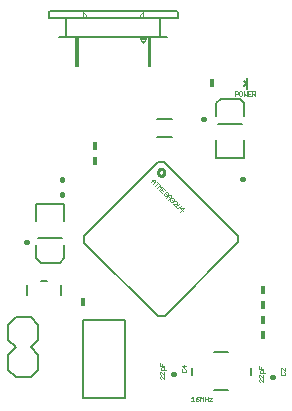
<source format=gto>
G75*
G70*
%OFA0B0*%
%FSLAX24Y24*%
%IPPOS*%
%LPD*%
%AMOC8*
5,1,8,0,0,1.08239X$1,22.5*
%
%ADD10C,0.0160*%
%ADD11C,0.0080*%
%ADD12C,0.0050*%
%ADD13R,0.0160X0.0280*%
%ADD14C,0.0010*%
%ADD15C,0.0100*%
%ADD16C,0.0040*%
D10*
X000948Y006076D02*
X000972Y006076D01*
X002160Y007664D02*
X002160Y007688D01*
X002160Y008164D02*
X002160Y008188D01*
X005848Y001676D02*
X005872Y001676D01*
X009148Y001576D02*
X009172Y001576D01*
X008172Y008176D02*
X008148Y008176D01*
X006872Y010176D02*
X006848Y010176D01*
D11*
X001110Y001576D02*
X000610Y001576D01*
X000360Y001826D01*
X000360Y002326D01*
X000610Y002576D01*
X000360Y002826D01*
X000360Y003326D01*
X000610Y003576D01*
X001110Y003576D01*
X001360Y003326D01*
X001360Y002826D01*
X001110Y002576D01*
X001360Y002326D01*
X001360Y001826D01*
X001110Y001576D01*
X002860Y000886D02*
X002860Y003467D01*
X004260Y003467D01*
X004260Y000886D01*
X002860Y000886D01*
X002120Y004307D02*
X002120Y004645D01*
X001666Y004795D02*
X001454Y004795D01*
X001000Y004645D02*
X001000Y004307D01*
X001445Y005392D02*
X002075Y005392D01*
X002232Y005550D01*
X002232Y005983D01*
X002232Y006770D02*
X002232Y007361D01*
X001288Y007361D01*
X001288Y006770D01*
X001288Y005983D02*
X001288Y005550D01*
X001445Y005392D01*
X002899Y006061D02*
X002899Y006283D01*
X005344Y008737D01*
X005567Y008738D01*
X008021Y006292D01*
X008021Y006069D01*
X005576Y003615D01*
X005353Y003615D01*
X002899Y006061D01*
X005310Y009576D02*
X005810Y009576D01*
X005810Y010176D02*
X005310Y010176D01*
X005100Y011983D02*
X005100Y012868D01*
X005041Y012868D02*
X005041Y011983D01*
X005042Y011974D01*
X005047Y011965D01*
X005053Y011959D01*
X005062Y011954D01*
X005071Y011953D01*
X005080Y011954D01*
X005089Y011959D01*
X005095Y011965D01*
X005100Y011974D01*
X005101Y011983D01*
X005651Y012928D02*
X002069Y012928D01*
X002285Y012967D02*
X002285Y013518D01*
X002620Y012868D02*
X002620Y011983D01*
X002619Y011983D02*
X002620Y011974D01*
X002625Y011965D01*
X002631Y011959D01*
X002640Y011954D01*
X002649Y011953D01*
X002658Y011954D01*
X002667Y011959D01*
X002673Y011965D01*
X002678Y011974D01*
X002679Y011983D01*
X002679Y012868D01*
X001714Y013557D02*
X006006Y013557D01*
X006006Y013754D01*
X005966Y013794D01*
X001754Y013794D01*
X001714Y013754D01*
X001714Y013557D01*
X005435Y013518D02*
X005435Y012967D01*
X007445Y010861D02*
X007288Y010703D01*
X007288Y010270D01*
X007445Y010861D02*
X008075Y010861D01*
X008232Y010703D01*
X008232Y010270D01*
X008232Y009483D02*
X008232Y008892D01*
X007288Y008892D01*
X007288Y009483D01*
X008327Y011195D02*
X008327Y011376D01*
X008205Y011284D01*
X008327Y011376D02*
X008327Y011557D01*
X008205Y011462D02*
X008321Y011386D01*
X007696Y002406D02*
X007224Y002406D01*
X006476Y001894D02*
X006476Y001658D01*
X007224Y001146D02*
X007696Y001146D01*
X008444Y001658D02*
X008444Y001894D01*
D12*
X008160Y010026D02*
X007360Y010026D01*
X002160Y006226D02*
X001360Y006226D01*
D13*
X002860Y004076D03*
X003260Y008776D03*
X003260Y009276D03*
X007160Y011376D03*
X008860Y004476D03*
X008860Y003976D03*
X008860Y003476D03*
X008860Y002976D03*
D14*
X008715Y001959D02*
X008715Y001859D01*
X008865Y001859D01*
X008840Y001812D02*
X008865Y001787D01*
X008865Y001712D01*
X008865Y001664D02*
X008865Y001564D01*
X008765Y001664D01*
X008740Y001664D01*
X008715Y001639D01*
X008715Y001589D01*
X008740Y001564D01*
X008740Y001517D02*
X008715Y001492D01*
X008715Y001442D01*
X008740Y001417D01*
X008740Y001517D02*
X008765Y001517D01*
X008865Y001417D01*
X008865Y001517D01*
X008915Y001712D02*
X008765Y001712D01*
X008765Y001787D01*
X008790Y001812D01*
X008840Y001812D01*
X008790Y001859D02*
X008790Y001909D01*
X009440Y001859D02*
X009440Y001809D01*
X009465Y001784D01*
X009465Y001737D02*
X009440Y001712D01*
X009440Y001662D01*
X009465Y001637D01*
X009565Y001637D01*
X009590Y001662D01*
X009590Y001712D01*
X009565Y001737D01*
X009590Y001784D02*
X009490Y001884D01*
X009465Y001884D01*
X009440Y001859D01*
X009590Y001884D02*
X009590Y001784D01*
X007154Y000881D02*
X007054Y000781D01*
X007154Y000781D01*
X007154Y000881D02*
X007054Y000881D01*
X007007Y000856D02*
X006907Y000856D01*
X006907Y000781D02*
X006907Y000931D01*
X006860Y000931D02*
X006860Y000781D01*
X006760Y000781D02*
X006760Y000931D01*
X006810Y000881D01*
X006860Y000931D01*
X006712Y000931D02*
X006662Y000906D01*
X006612Y000856D01*
X006687Y000856D01*
X006712Y000831D01*
X006712Y000806D01*
X006687Y000781D01*
X006637Y000781D01*
X006612Y000806D01*
X006612Y000856D01*
X006565Y000781D02*
X006465Y000781D01*
X006515Y000781D02*
X006515Y000931D01*
X006465Y000881D01*
X007007Y000931D02*
X007007Y000781D01*
X006265Y001737D02*
X006290Y001762D01*
X006290Y001812D01*
X006265Y001837D01*
X006215Y001884D02*
X006215Y001984D01*
X006290Y001959D02*
X006140Y001959D01*
X006215Y001884D01*
X006165Y001837D02*
X006140Y001812D01*
X006140Y001762D01*
X006165Y001737D01*
X006265Y001737D01*
X005615Y001812D02*
X005465Y001812D01*
X005465Y001887D01*
X005490Y001912D01*
X005540Y001912D01*
X005565Y001887D01*
X005565Y001812D01*
X005565Y001764D02*
X005565Y001664D01*
X005465Y001764D01*
X005440Y001764D01*
X005415Y001739D01*
X005415Y001689D01*
X005440Y001664D01*
X005440Y001617D02*
X005415Y001592D01*
X005415Y001542D01*
X005440Y001517D01*
X005440Y001617D02*
X005465Y001617D01*
X005565Y001517D01*
X005565Y001617D01*
X005565Y001959D02*
X005415Y001959D01*
X005415Y002059D01*
X005490Y002009D02*
X005490Y001959D01*
X006103Y007096D02*
X006209Y007202D01*
X006102Y007202D01*
X006173Y007132D01*
X006034Y007200D02*
X006122Y007289D01*
X006051Y007359D02*
X005963Y007271D01*
X005963Y007235D01*
X005998Y007200D01*
X006034Y007200D01*
X005912Y007286D02*
X005841Y007357D01*
X005982Y007357D01*
X006000Y007375D01*
X006000Y007410D01*
X005964Y007446D01*
X005929Y007446D01*
X005896Y007479D02*
X005878Y007461D01*
X005842Y007461D01*
X005843Y007426D01*
X005825Y007408D01*
X005789Y007408D01*
X005754Y007443D01*
X005754Y007479D01*
X005703Y007494D02*
X005774Y007565D01*
X005773Y007636D01*
X005703Y007636D01*
X005632Y007565D01*
X005616Y007616D02*
X005581Y007616D01*
X005545Y007651D01*
X005545Y007687D01*
X005616Y007758D01*
X005651Y007758D01*
X005687Y007722D01*
X005687Y007687D01*
X005651Y007651D02*
X005616Y007687D01*
X005651Y007651D02*
X005616Y007616D01*
X005685Y007618D02*
X005756Y007547D01*
X005825Y007550D02*
X005860Y007550D01*
X005895Y007514D01*
X005896Y007479D01*
X005842Y007461D02*
X005825Y007479D01*
X005600Y007809D02*
X005529Y007879D01*
X005423Y007773D01*
X005494Y007702D01*
X005512Y007791D02*
X005476Y007826D01*
X005390Y007806D02*
X005496Y007913D01*
X005425Y007913D01*
X005425Y007983D01*
X005319Y007877D01*
X005250Y007946D02*
X005356Y008052D01*
X005321Y008087D02*
X005391Y008017D01*
X005252Y008085D02*
X005181Y008014D01*
X005234Y008067D02*
X005163Y008138D01*
X005181Y008156D02*
X005252Y008156D01*
X005252Y008085D01*
X005181Y008156D02*
X005110Y008085D01*
X007915Y010956D02*
X007915Y011106D01*
X007990Y011106D01*
X008015Y011081D01*
X008015Y011031D01*
X007990Y011006D01*
X007915Y011006D01*
X008062Y010981D02*
X008062Y011081D01*
X008087Y011106D01*
X008137Y011106D01*
X008162Y011081D01*
X008162Y010981D01*
X008137Y010956D01*
X008087Y010956D01*
X008062Y010981D01*
X008210Y010956D02*
X008260Y011006D01*
X008310Y010956D01*
X008310Y011106D01*
X008357Y011106D02*
X008357Y010956D01*
X008457Y010956D01*
X008504Y010956D02*
X008504Y011106D01*
X008579Y011106D01*
X008604Y011081D01*
X008604Y011031D01*
X008579Y011006D01*
X008504Y011006D01*
X008554Y011006D02*
X008604Y010956D01*
X008457Y011106D02*
X008357Y011106D01*
X008357Y011031D02*
X008407Y011031D01*
X008210Y011106D02*
X008210Y010956D01*
D15*
X005345Y008403D02*
X005347Y008423D01*
X005352Y008443D01*
X005362Y008461D01*
X005374Y008478D01*
X005389Y008492D01*
X005407Y008502D01*
X005426Y008510D01*
X005446Y008514D01*
X005466Y008514D01*
X005486Y008510D01*
X005505Y008502D01*
X005523Y008492D01*
X005538Y008478D01*
X005550Y008461D01*
X005560Y008443D01*
X005565Y008423D01*
X005567Y008403D01*
X005565Y008383D01*
X005560Y008363D01*
X005550Y008345D01*
X005538Y008328D01*
X005523Y008314D01*
X005505Y008304D01*
X005486Y008296D01*
X005466Y008292D01*
X005446Y008292D01*
X005426Y008296D01*
X005407Y008304D01*
X005389Y008314D01*
X005374Y008328D01*
X005362Y008345D01*
X005352Y008363D01*
X005347Y008383D01*
X005345Y008403D01*
D16*
X004844Y012711D02*
X004746Y012849D01*
X004746Y012868D01*
X004943Y012868D01*
X004943Y012849D01*
X004844Y012711D01*
X004840Y012717D02*
X004849Y012717D01*
X004876Y012756D02*
X004812Y012756D01*
X004785Y012794D02*
X004904Y012794D01*
X004931Y012833D02*
X004757Y012833D01*
X004766Y013597D02*
X004766Y013656D01*
X004864Y013754D01*
X004864Y013597D01*
X002954Y013597D02*
X002954Y013656D01*
X002856Y013754D01*
X002856Y013597D01*
M02*

</source>
